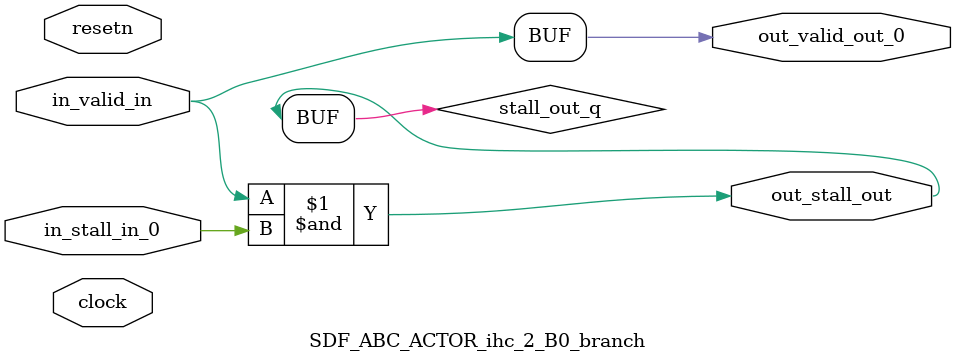
<source format=sv>



(* altera_attribute = "-name AUTO_SHIFT_REGISTER_RECOGNITION OFF; -name MESSAGE_DISABLE 10036; -name MESSAGE_DISABLE 10037; -name MESSAGE_DISABLE 14130; -name MESSAGE_DISABLE 14320; -name MESSAGE_DISABLE 15400; -name MESSAGE_DISABLE 14130; -name MESSAGE_DISABLE 10036; -name MESSAGE_DISABLE 12020; -name MESSAGE_DISABLE 12030; -name MESSAGE_DISABLE 12010; -name MESSAGE_DISABLE 12110; -name MESSAGE_DISABLE 14320; -name MESSAGE_DISABLE 13410; -name MESSAGE_DISABLE 113007; -name MESSAGE_DISABLE 10958" *)
module SDF_ABC_ACTOR_ihc_2_B0_branch (
    input wire [0:0] in_stall_in_0,
    input wire [0:0] in_valid_in,
    output wire [0:0] out_stall_out,
    output wire [0:0] out_valid_out_0,
    input wire clock,
    input wire resetn
    );

    wire [0:0] stall_out_q;


    // stall_out(LOGICAL,6)
    assign stall_out_q = in_valid_in & in_stall_in_0;

    // out_stall_out(GPOUT,4)
    assign out_stall_out = stall_out_q;

    // out_valid_out_0(GPOUT,5)
    assign out_valid_out_0 = in_valid_in;

endmodule

</source>
